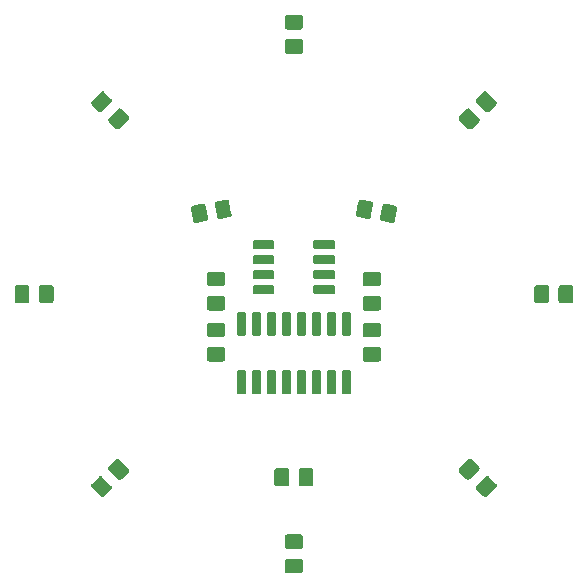
<source format=gbr>
G04 #@! TF.GenerationSoftware,KiCad,Pcbnew,5.1.5-52549c5~86~ubuntu19.04.1*
G04 #@! TF.CreationDate,2020-07-03T08:48:01-07:00*
G04 #@! TF.ProjectId,smd-star,736d642d-7374-4617-922e-6b696361645f,rev?*
G04 #@! TF.SameCoordinates,Original*
G04 #@! TF.FileFunction,Soldermask,Top*
G04 #@! TF.FilePolarity,Negative*
%FSLAX46Y46*%
G04 Gerber Fmt 4.6, Leading zero omitted, Abs format (unit mm)*
G04 Created by KiCad (PCBNEW 5.1.5-52549c5~86~ubuntu19.04.1) date 2020-07-03 08:48:01*
%MOMM*%
%LPD*%
G04 APERTURE LIST*
%ADD10C,0.100000*%
G04 APERTURE END LIST*
D10*
G36*
X588674Y-22403465D02*
G01*
X626367Y-22414899D01*
X661103Y-22433466D01*
X691548Y-22458452D01*
X716534Y-22488897D01*
X735101Y-22523633D01*
X746535Y-22561326D01*
X751000Y-22606661D01*
X751000Y-23443339D01*
X746535Y-23488674D01*
X735101Y-23526367D01*
X716534Y-23561103D01*
X691548Y-23591548D01*
X661103Y-23616534D01*
X626367Y-23635101D01*
X588674Y-23646535D01*
X543339Y-23651000D01*
X-543339Y-23651000D01*
X-588674Y-23646535D01*
X-626367Y-23635101D01*
X-661103Y-23616534D01*
X-691548Y-23591548D01*
X-716534Y-23561103D01*
X-735101Y-23526367D01*
X-746535Y-23488674D01*
X-751000Y-23443339D01*
X-751000Y-22606661D01*
X-746535Y-22561326D01*
X-735101Y-22523633D01*
X-716534Y-22488897D01*
X-691548Y-22458452D01*
X-661103Y-22433466D01*
X-626367Y-22414899D01*
X-588674Y-22403465D01*
X-543339Y-22399000D01*
X543339Y-22399000D01*
X588674Y-22403465D01*
G37*
G36*
X588674Y-20353465D02*
G01*
X626367Y-20364899D01*
X661103Y-20383466D01*
X691548Y-20408452D01*
X716534Y-20438897D01*
X735101Y-20473633D01*
X746535Y-20511326D01*
X751000Y-20556661D01*
X751000Y-21393339D01*
X746535Y-21438674D01*
X735101Y-21476367D01*
X716534Y-21511103D01*
X691548Y-21541548D01*
X661103Y-21566534D01*
X626367Y-21585101D01*
X588674Y-21596535D01*
X543339Y-21601000D01*
X-543339Y-21601000D01*
X-588674Y-21596535D01*
X-626367Y-21585101D01*
X-661103Y-21566534D01*
X-691548Y-21541548D01*
X-716534Y-21511103D01*
X-735101Y-21476367D01*
X-746535Y-21438674D01*
X-751000Y-21393339D01*
X-751000Y-20556661D01*
X-746535Y-20511326D01*
X-735101Y-20473633D01*
X-716534Y-20438897D01*
X-691548Y-20408452D01*
X-661103Y-20383466D01*
X-626367Y-20364899D01*
X-588674Y-20353465D01*
X-543339Y-20349000D01*
X543339Y-20349000D01*
X588674Y-20353465D01*
G37*
G36*
X-16329977Y-15395036D02*
G01*
X-16292284Y-15406470D01*
X-16257548Y-15425037D01*
X-16222335Y-15453935D01*
X-15453935Y-16222335D01*
X-15425037Y-16257548D01*
X-15406470Y-16292284D01*
X-15395036Y-16329977D01*
X-15391176Y-16369172D01*
X-15395036Y-16408367D01*
X-15406470Y-16446060D01*
X-15425037Y-16480796D01*
X-15453935Y-16516009D01*
X-16045559Y-17107633D01*
X-16080772Y-17136531D01*
X-16115508Y-17155098D01*
X-16153201Y-17166532D01*
X-16192396Y-17170392D01*
X-16231591Y-17166532D01*
X-16269284Y-17155098D01*
X-16304020Y-17136531D01*
X-16339233Y-17107633D01*
X-17107633Y-16339233D01*
X-17136531Y-16304020D01*
X-17155098Y-16269284D01*
X-17166532Y-16231591D01*
X-17170392Y-16192396D01*
X-17166532Y-16153201D01*
X-17155098Y-16115508D01*
X-17136531Y-16080772D01*
X-17107633Y-16045559D01*
X-16516009Y-15453935D01*
X-16480796Y-15425037D01*
X-16446060Y-15406470D01*
X-16408367Y-15395036D01*
X-16369172Y-15391176D01*
X-16329977Y-15395036D01*
G37*
G36*
X16408367Y-15395036D02*
G01*
X16446060Y-15406470D01*
X16480796Y-15425037D01*
X16516009Y-15453935D01*
X17107633Y-16045559D01*
X17136531Y-16080772D01*
X17155098Y-16115508D01*
X17166532Y-16153201D01*
X17170392Y-16192396D01*
X17166532Y-16231591D01*
X17155098Y-16269284D01*
X17136531Y-16304020D01*
X17107633Y-16339233D01*
X16339233Y-17107633D01*
X16304020Y-17136531D01*
X16269284Y-17155098D01*
X16231591Y-17166532D01*
X16192396Y-17170392D01*
X16153201Y-17166532D01*
X16115508Y-17155098D01*
X16080772Y-17136531D01*
X16045559Y-17107633D01*
X15453935Y-16516009D01*
X15425037Y-16480796D01*
X15406470Y-16446060D01*
X15395036Y-16408367D01*
X15391176Y-16369172D01*
X15395036Y-16329977D01*
X15406470Y-16292284D01*
X15425037Y-16257548D01*
X15453935Y-16222335D01*
X16222335Y-15453935D01*
X16257548Y-15425037D01*
X16292284Y-15406470D01*
X16329977Y-15395036D01*
X16369172Y-15391176D01*
X16408367Y-15395036D01*
G37*
G36*
X-561326Y-14753465D02*
G01*
X-523633Y-14764899D01*
X-488897Y-14783466D01*
X-458452Y-14808452D01*
X-433466Y-14838897D01*
X-414899Y-14873633D01*
X-403465Y-14911326D01*
X-399000Y-14956661D01*
X-399000Y-16043339D01*
X-403465Y-16088674D01*
X-414899Y-16126367D01*
X-433466Y-16161103D01*
X-458452Y-16191548D01*
X-488897Y-16216534D01*
X-523633Y-16235101D01*
X-561326Y-16246535D01*
X-606661Y-16251000D01*
X-1443339Y-16251000D01*
X-1488674Y-16246535D01*
X-1526367Y-16235101D01*
X-1561103Y-16216534D01*
X-1591548Y-16191548D01*
X-1616534Y-16161103D01*
X-1635101Y-16126367D01*
X-1646535Y-16088674D01*
X-1651000Y-16043339D01*
X-1651000Y-14956661D01*
X-1646535Y-14911326D01*
X-1635101Y-14873633D01*
X-1616534Y-14838897D01*
X-1591548Y-14808452D01*
X-1561103Y-14783466D01*
X-1526367Y-14764899D01*
X-1488674Y-14753465D01*
X-1443339Y-14749000D01*
X-606661Y-14749000D01*
X-561326Y-14753465D01*
G37*
G36*
X1488674Y-14753465D02*
G01*
X1526367Y-14764899D01*
X1561103Y-14783466D01*
X1591548Y-14808452D01*
X1616534Y-14838897D01*
X1635101Y-14873633D01*
X1646535Y-14911326D01*
X1651000Y-14956661D01*
X1651000Y-16043339D01*
X1646535Y-16088674D01*
X1635101Y-16126367D01*
X1616534Y-16161103D01*
X1591548Y-16191548D01*
X1561103Y-16216534D01*
X1526367Y-16235101D01*
X1488674Y-16246535D01*
X1443339Y-16251000D01*
X606661Y-16251000D01*
X561326Y-16246535D01*
X523633Y-16235101D01*
X488897Y-16216534D01*
X458452Y-16191548D01*
X433466Y-16161103D01*
X414899Y-16126367D01*
X403465Y-16088674D01*
X399000Y-16043339D01*
X399000Y-14956661D01*
X403465Y-14911326D01*
X414899Y-14873633D01*
X433466Y-14838897D01*
X458452Y-14808452D01*
X488897Y-14783466D01*
X523633Y-14764899D01*
X561326Y-14753465D01*
X606661Y-14749000D01*
X1443339Y-14749000D01*
X1488674Y-14753465D01*
G37*
G36*
X-14880409Y-13945468D02*
G01*
X-14842716Y-13956902D01*
X-14807980Y-13975469D01*
X-14772767Y-14004367D01*
X-14004367Y-14772767D01*
X-13975469Y-14807980D01*
X-13956902Y-14842716D01*
X-13945468Y-14880409D01*
X-13941608Y-14919604D01*
X-13945468Y-14958799D01*
X-13956902Y-14996492D01*
X-13975469Y-15031228D01*
X-14004367Y-15066441D01*
X-14595991Y-15658065D01*
X-14631204Y-15686963D01*
X-14665940Y-15705530D01*
X-14703633Y-15716964D01*
X-14742828Y-15720824D01*
X-14782023Y-15716964D01*
X-14819716Y-15705530D01*
X-14854452Y-15686963D01*
X-14889665Y-15658065D01*
X-15658065Y-14889665D01*
X-15686963Y-14854452D01*
X-15705530Y-14819716D01*
X-15716964Y-14782023D01*
X-15720824Y-14742828D01*
X-15716964Y-14703633D01*
X-15705530Y-14665940D01*
X-15686963Y-14631204D01*
X-15658065Y-14595991D01*
X-15066441Y-14004367D01*
X-15031228Y-13975469D01*
X-14996492Y-13956902D01*
X-14958799Y-13945468D01*
X-14919604Y-13941608D01*
X-14880409Y-13945468D01*
G37*
G36*
X14958799Y-13945468D02*
G01*
X14996492Y-13956902D01*
X15031228Y-13975469D01*
X15066441Y-14004367D01*
X15658065Y-14595991D01*
X15686963Y-14631204D01*
X15705530Y-14665940D01*
X15716964Y-14703633D01*
X15720824Y-14742828D01*
X15716964Y-14782023D01*
X15705530Y-14819716D01*
X15686963Y-14854452D01*
X15658065Y-14889665D01*
X14889665Y-15658065D01*
X14854452Y-15686963D01*
X14819716Y-15705530D01*
X14782023Y-15716964D01*
X14742828Y-15720824D01*
X14703633Y-15716964D01*
X14665940Y-15705530D01*
X14631204Y-15686963D01*
X14595991Y-15658065D01*
X14004367Y-15066441D01*
X13975469Y-15031228D01*
X13956902Y-14996492D01*
X13945468Y-14958799D01*
X13941608Y-14919604D01*
X13945468Y-14880409D01*
X13956902Y-14842716D01*
X13975469Y-14807980D01*
X14004367Y-14772767D01*
X14772767Y-14004367D01*
X14807980Y-13975469D01*
X14842716Y-13956902D01*
X14880409Y-13945468D01*
X14919604Y-13941608D01*
X14958799Y-13945468D01*
G37*
G36*
X-375072Y-6451764D02*
G01*
X-353991Y-6458160D01*
X-334555Y-6468548D01*
X-317524Y-6482524D01*
X-303548Y-6499555D01*
X-293160Y-6518991D01*
X-286764Y-6540072D01*
X-284000Y-6568140D01*
X-284000Y-8381860D01*
X-286764Y-8409928D01*
X-293160Y-8431009D01*
X-303548Y-8450445D01*
X-317524Y-8467476D01*
X-334555Y-8481452D01*
X-353991Y-8491840D01*
X-375072Y-8498236D01*
X-403140Y-8501000D01*
X-866860Y-8501000D01*
X-894928Y-8498236D01*
X-916009Y-8491840D01*
X-935445Y-8481452D01*
X-952476Y-8467476D01*
X-966452Y-8450445D01*
X-976840Y-8431009D01*
X-983236Y-8409928D01*
X-986000Y-8381860D01*
X-986000Y-6568140D01*
X-983236Y-6540072D01*
X-976840Y-6518991D01*
X-966452Y-6499555D01*
X-952476Y-6482524D01*
X-935445Y-6468548D01*
X-916009Y-6458160D01*
X-894928Y-6451764D01*
X-866860Y-6449000D01*
X-403140Y-6449000D01*
X-375072Y-6451764D01*
G37*
G36*
X3434928Y-6451764D02*
G01*
X3456009Y-6458160D01*
X3475445Y-6468548D01*
X3492476Y-6482524D01*
X3506452Y-6499555D01*
X3516840Y-6518991D01*
X3523236Y-6540072D01*
X3526000Y-6568140D01*
X3526000Y-8381860D01*
X3523236Y-8409928D01*
X3516840Y-8431009D01*
X3506452Y-8450445D01*
X3492476Y-8467476D01*
X3475445Y-8481452D01*
X3456009Y-8491840D01*
X3434928Y-8498236D01*
X3406860Y-8501000D01*
X2943140Y-8501000D01*
X2915072Y-8498236D01*
X2893991Y-8491840D01*
X2874555Y-8481452D01*
X2857524Y-8467476D01*
X2843548Y-8450445D01*
X2833160Y-8431009D01*
X2826764Y-8409928D01*
X2824000Y-8381860D01*
X2824000Y-6568140D01*
X2826764Y-6540072D01*
X2833160Y-6518991D01*
X2843548Y-6499555D01*
X2857524Y-6482524D01*
X2874555Y-6468548D01*
X2893991Y-6458160D01*
X2915072Y-6451764D01*
X2943140Y-6449000D01*
X3406860Y-6449000D01*
X3434928Y-6451764D01*
G37*
G36*
X2164928Y-6451764D02*
G01*
X2186009Y-6458160D01*
X2205445Y-6468548D01*
X2222476Y-6482524D01*
X2236452Y-6499555D01*
X2246840Y-6518991D01*
X2253236Y-6540072D01*
X2256000Y-6568140D01*
X2256000Y-8381860D01*
X2253236Y-8409928D01*
X2246840Y-8431009D01*
X2236452Y-8450445D01*
X2222476Y-8467476D01*
X2205445Y-8481452D01*
X2186009Y-8491840D01*
X2164928Y-8498236D01*
X2136860Y-8501000D01*
X1673140Y-8501000D01*
X1645072Y-8498236D01*
X1623991Y-8491840D01*
X1604555Y-8481452D01*
X1587524Y-8467476D01*
X1573548Y-8450445D01*
X1563160Y-8431009D01*
X1556764Y-8409928D01*
X1554000Y-8381860D01*
X1554000Y-6568140D01*
X1556764Y-6540072D01*
X1563160Y-6518991D01*
X1573548Y-6499555D01*
X1587524Y-6482524D01*
X1604555Y-6468548D01*
X1623991Y-6458160D01*
X1645072Y-6451764D01*
X1673140Y-6449000D01*
X2136860Y-6449000D01*
X2164928Y-6451764D01*
G37*
G36*
X894928Y-6451764D02*
G01*
X916009Y-6458160D01*
X935445Y-6468548D01*
X952476Y-6482524D01*
X966452Y-6499555D01*
X976840Y-6518991D01*
X983236Y-6540072D01*
X986000Y-6568140D01*
X986000Y-8381860D01*
X983236Y-8409928D01*
X976840Y-8431009D01*
X966452Y-8450445D01*
X952476Y-8467476D01*
X935445Y-8481452D01*
X916009Y-8491840D01*
X894928Y-8498236D01*
X866860Y-8501000D01*
X403140Y-8501000D01*
X375072Y-8498236D01*
X353991Y-8491840D01*
X334555Y-8481452D01*
X317524Y-8467476D01*
X303548Y-8450445D01*
X293160Y-8431009D01*
X286764Y-8409928D01*
X284000Y-8381860D01*
X284000Y-6568140D01*
X286764Y-6540072D01*
X293160Y-6518991D01*
X303548Y-6499555D01*
X317524Y-6482524D01*
X334555Y-6468548D01*
X353991Y-6458160D01*
X375072Y-6451764D01*
X403140Y-6449000D01*
X866860Y-6449000D01*
X894928Y-6451764D01*
G37*
G36*
X-1645072Y-6451764D02*
G01*
X-1623991Y-6458160D01*
X-1604555Y-6468548D01*
X-1587524Y-6482524D01*
X-1573548Y-6499555D01*
X-1563160Y-6518991D01*
X-1556764Y-6540072D01*
X-1554000Y-6568140D01*
X-1554000Y-8381860D01*
X-1556764Y-8409928D01*
X-1563160Y-8431009D01*
X-1573548Y-8450445D01*
X-1587524Y-8467476D01*
X-1604555Y-8481452D01*
X-1623991Y-8491840D01*
X-1645072Y-8498236D01*
X-1673140Y-8501000D01*
X-2136860Y-8501000D01*
X-2164928Y-8498236D01*
X-2186009Y-8491840D01*
X-2205445Y-8481452D01*
X-2222476Y-8467476D01*
X-2236452Y-8450445D01*
X-2246840Y-8431009D01*
X-2253236Y-8409928D01*
X-2256000Y-8381860D01*
X-2256000Y-6568140D01*
X-2253236Y-6540072D01*
X-2246840Y-6518991D01*
X-2236452Y-6499555D01*
X-2222476Y-6482524D01*
X-2205445Y-6468548D01*
X-2186009Y-6458160D01*
X-2164928Y-6451764D01*
X-2136860Y-6449000D01*
X-1673140Y-6449000D01*
X-1645072Y-6451764D01*
G37*
G36*
X-2915072Y-6451764D02*
G01*
X-2893991Y-6458160D01*
X-2874555Y-6468548D01*
X-2857524Y-6482524D01*
X-2843548Y-6499555D01*
X-2833160Y-6518991D01*
X-2826764Y-6540072D01*
X-2824000Y-6568140D01*
X-2824000Y-8381860D01*
X-2826764Y-8409928D01*
X-2833160Y-8431009D01*
X-2843548Y-8450445D01*
X-2857524Y-8467476D01*
X-2874555Y-8481452D01*
X-2893991Y-8491840D01*
X-2915072Y-8498236D01*
X-2943140Y-8501000D01*
X-3406860Y-8501000D01*
X-3434928Y-8498236D01*
X-3456009Y-8491840D01*
X-3475445Y-8481452D01*
X-3492476Y-8467476D01*
X-3506452Y-8450445D01*
X-3516840Y-8431009D01*
X-3523236Y-8409928D01*
X-3526000Y-8381860D01*
X-3526000Y-6568140D01*
X-3523236Y-6540072D01*
X-3516840Y-6518991D01*
X-3506452Y-6499555D01*
X-3492476Y-6482524D01*
X-3475445Y-6468548D01*
X-3456009Y-6458160D01*
X-3434928Y-6451764D01*
X-3406860Y-6449000D01*
X-2943140Y-6449000D01*
X-2915072Y-6451764D01*
G37*
G36*
X-4185072Y-6451764D02*
G01*
X-4163991Y-6458160D01*
X-4144555Y-6468548D01*
X-4127524Y-6482524D01*
X-4113548Y-6499555D01*
X-4103160Y-6518991D01*
X-4096764Y-6540072D01*
X-4094000Y-6568140D01*
X-4094000Y-8381860D01*
X-4096764Y-8409928D01*
X-4103160Y-8431009D01*
X-4113548Y-8450445D01*
X-4127524Y-8467476D01*
X-4144555Y-8481452D01*
X-4163991Y-8491840D01*
X-4185072Y-8498236D01*
X-4213140Y-8501000D01*
X-4676860Y-8501000D01*
X-4704928Y-8498236D01*
X-4726009Y-8491840D01*
X-4745445Y-8481452D01*
X-4762476Y-8467476D01*
X-4776452Y-8450445D01*
X-4786840Y-8431009D01*
X-4793236Y-8409928D01*
X-4796000Y-8381860D01*
X-4796000Y-6568140D01*
X-4793236Y-6540072D01*
X-4786840Y-6518991D01*
X-4776452Y-6499555D01*
X-4762476Y-6482524D01*
X-4745445Y-6468548D01*
X-4726009Y-6458160D01*
X-4704928Y-6451764D01*
X-4676860Y-6449000D01*
X-4213140Y-6449000D01*
X-4185072Y-6451764D01*
G37*
G36*
X4704928Y-6451764D02*
G01*
X4726009Y-6458160D01*
X4745445Y-6468548D01*
X4762476Y-6482524D01*
X4776452Y-6499555D01*
X4786840Y-6518991D01*
X4793236Y-6540072D01*
X4796000Y-6568140D01*
X4796000Y-8381860D01*
X4793236Y-8409928D01*
X4786840Y-8431009D01*
X4776452Y-8450445D01*
X4762476Y-8467476D01*
X4745445Y-8481452D01*
X4726009Y-8491840D01*
X4704928Y-8498236D01*
X4676860Y-8501000D01*
X4213140Y-8501000D01*
X4185072Y-8498236D01*
X4163991Y-8491840D01*
X4144555Y-8481452D01*
X4127524Y-8467476D01*
X4113548Y-8450445D01*
X4103160Y-8431009D01*
X4096764Y-8409928D01*
X4094000Y-8381860D01*
X4094000Y-6568140D01*
X4096764Y-6540072D01*
X4103160Y-6518991D01*
X4113548Y-6499555D01*
X4127524Y-6482524D01*
X4144555Y-6468548D01*
X4163991Y-6458160D01*
X4185072Y-6451764D01*
X4213140Y-6449000D01*
X4676860Y-6449000D01*
X4704928Y-6451764D01*
G37*
G36*
X7188674Y-4467465D02*
G01*
X7226367Y-4478899D01*
X7261103Y-4497466D01*
X7291548Y-4522452D01*
X7316534Y-4552897D01*
X7335101Y-4587633D01*
X7346535Y-4625326D01*
X7351000Y-4670661D01*
X7351000Y-5507339D01*
X7346535Y-5552674D01*
X7335101Y-5590367D01*
X7316534Y-5625103D01*
X7291548Y-5655548D01*
X7261103Y-5680534D01*
X7226367Y-5699101D01*
X7188674Y-5710535D01*
X7143339Y-5715000D01*
X6056661Y-5715000D01*
X6011326Y-5710535D01*
X5973633Y-5699101D01*
X5938897Y-5680534D01*
X5908452Y-5655548D01*
X5883466Y-5625103D01*
X5864899Y-5590367D01*
X5853465Y-5552674D01*
X5849000Y-5507339D01*
X5849000Y-4670661D01*
X5853465Y-4625326D01*
X5864899Y-4587633D01*
X5883466Y-4552897D01*
X5908452Y-4522452D01*
X5938897Y-4497466D01*
X5973633Y-4478899D01*
X6011326Y-4467465D01*
X6056661Y-4463000D01*
X7143339Y-4463000D01*
X7188674Y-4467465D01*
G37*
G36*
X-6011326Y-4467465D02*
G01*
X-5973633Y-4478899D01*
X-5938897Y-4497466D01*
X-5908452Y-4522452D01*
X-5883466Y-4552897D01*
X-5864899Y-4587633D01*
X-5853465Y-4625326D01*
X-5849000Y-4670661D01*
X-5849000Y-5507339D01*
X-5853465Y-5552674D01*
X-5864899Y-5590367D01*
X-5883466Y-5625103D01*
X-5908452Y-5655548D01*
X-5938897Y-5680534D01*
X-5973633Y-5699101D01*
X-6011326Y-5710535D01*
X-6056661Y-5715000D01*
X-7143339Y-5715000D01*
X-7188674Y-5710535D01*
X-7226367Y-5699101D01*
X-7261103Y-5680534D01*
X-7291548Y-5655548D01*
X-7316534Y-5625103D01*
X-7335101Y-5590367D01*
X-7346535Y-5552674D01*
X-7351000Y-5507339D01*
X-7351000Y-4670661D01*
X-7346535Y-4625326D01*
X-7335101Y-4587633D01*
X-7316534Y-4552897D01*
X-7291548Y-4522452D01*
X-7261103Y-4497466D01*
X-7226367Y-4478899D01*
X-7188674Y-4467465D01*
X-7143339Y-4463000D01*
X-6056661Y-4463000D01*
X-6011326Y-4467465D01*
G37*
G36*
X-6011326Y-2417465D02*
G01*
X-5973633Y-2428899D01*
X-5938897Y-2447466D01*
X-5908452Y-2472452D01*
X-5883466Y-2502897D01*
X-5864899Y-2537633D01*
X-5853465Y-2575326D01*
X-5849000Y-2620661D01*
X-5849000Y-3457339D01*
X-5853465Y-3502674D01*
X-5864899Y-3540367D01*
X-5883466Y-3575103D01*
X-5908452Y-3605548D01*
X-5938897Y-3630534D01*
X-5973633Y-3649101D01*
X-6011326Y-3660535D01*
X-6056661Y-3665000D01*
X-7143339Y-3665000D01*
X-7188674Y-3660535D01*
X-7226367Y-3649101D01*
X-7261103Y-3630534D01*
X-7291548Y-3605548D01*
X-7316534Y-3575103D01*
X-7335101Y-3540367D01*
X-7346535Y-3502674D01*
X-7351000Y-3457339D01*
X-7351000Y-2620661D01*
X-7346535Y-2575326D01*
X-7335101Y-2537633D01*
X-7316534Y-2502897D01*
X-7291548Y-2472452D01*
X-7261103Y-2447466D01*
X-7226367Y-2428899D01*
X-7188674Y-2417465D01*
X-7143339Y-2413000D01*
X-6056661Y-2413000D01*
X-6011326Y-2417465D01*
G37*
G36*
X7188674Y-2417465D02*
G01*
X7226367Y-2428899D01*
X7261103Y-2447466D01*
X7291548Y-2472452D01*
X7316534Y-2502897D01*
X7335101Y-2537633D01*
X7346535Y-2575326D01*
X7351000Y-2620661D01*
X7351000Y-3457339D01*
X7346535Y-3502674D01*
X7335101Y-3540367D01*
X7316534Y-3575103D01*
X7291548Y-3605548D01*
X7261103Y-3630534D01*
X7226367Y-3649101D01*
X7188674Y-3660535D01*
X7143339Y-3665000D01*
X6056661Y-3665000D01*
X6011326Y-3660535D01*
X5973633Y-3649101D01*
X5938897Y-3630534D01*
X5908452Y-3605548D01*
X5883466Y-3575103D01*
X5864899Y-3540367D01*
X5853465Y-3502674D01*
X5849000Y-3457339D01*
X5849000Y-2620661D01*
X5853465Y-2575326D01*
X5864899Y-2537633D01*
X5883466Y-2502897D01*
X5908452Y-2472452D01*
X5938897Y-2447466D01*
X5973633Y-2428899D01*
X6011326Y-2417465D01*
X6056661Y-2413000D01*
X7143339Y-2413000D01*
X7188674Y-2417465D01*
G37*
G36*
X-2915072Y-1501764D02*
G01*
X-2893991Y-1508160D01*
X-2874555Y-1518548D01*
X-2857524Y-1532524D01*
X-2843548Y-1549555D01*
X-2833160Y-1568991D01*
X-2826764Y-1590072D01*
X-2824000Y-1618140D01*
X-2824000Y-3431860D01*
X-2826764Y-3459928D01*
X-2833160Y-3481009D01*
X-2843548Y-3500445D01*
X-2857524Y-3517476D01*
X-2874555Y-3531452D01*
X-2893991Y-3541840D01*
X-2915072Y-3548236D01*
X-2943140Y-3551000D01*
X-3406860Y-3551000D01*
X-3434928Y-3548236D01*
X-3456009Y-3541840D01*
X-3475445Y-3531452D01*
X-3492476Y-3517476D01*
X-3506452Y-3500445D01*
X-3516840Y-3481009D01*
X-3523236Y-3459928D01*
X-3526000Y-3431860D01*
X-3526000Y-1618140D01*
X-3523236Y-1590072D01*
X-3516840Y-1568991D01*
X-3506452Y-1549555D01*
X-3492476Y-1532524D01*
X-3475445Y-1518548D01*
X-3456009Y-1508160D01*
X-3434928Y-1501764D01*
X-3406860Y-1499000D01*
X-2943140Y-1499000D01*
X-2915072Y-1501764D01*
G37*
G36*
X-1645072Y-1501764D02*
G01*
X-1623991Y-1508160D01*
X-1604555Y-1518548D01*
X-1587524Y-1532524D01*
X-1573548Y-1549555D01*
X-1563160Y-1568991D01*
X-1556764Y-1590072D01*
X-1554000Y-1618140D01*
X-1554000Y-3431860D01*
X-1556764Y-3459928D01*
X-1563160Y-3481009D01*
X-1573548Y-3500445D01*
X-1587524Y-3517476D01*
X-1604555Y-3531452D01*
X-1623991Y-3541840D01*
X-1645072Y-3548236D01*
X-1673140Y-3551000D01*
X-2136860Y-3551000D01*
X-2164928Y-3548236D01*
X-2186009Y-3541840D01*
X-2205445Y-3531452D01*
X-2222476Y-3517476D01*
X-2236452Y-3500445D01*
X-2246840Y-3481009D01*
X-2253236Y-3459928D01*
X-2256000Y-3431860D01*
X-2256000Y-1618140D01*
X-2253236Y-1590072D01*
X-2246840Y-1568991D01*
X-2236452Y-1549555D01*
X-2222476Y-1532524D01*
X-2205445Y-1518548D01*
X-2186009Y-1508160D01*
X-2164928Y-1501764D01*
X-2136860Y-1499000D01*
X-1673140Y-1499000D01*
X-1645072Y-1501764D01*
G37*
G36*
X-375072Y-1501764D02*
G01*
X-353991Y-1508160D01*
X-334555Y-1518548D01*
X-317524Y-1532524D01*
X-303548Y-1549555D01*
X-293160Y-1568991D01*
X-286764Y-1590072D01*
X-284000Y-1618140D01*
X-284000Y-3431860D01*
X-286764Y-3459928D01*
X-293160Y-3481009D01*
X-303548Y-3500445D01*
X-317524Y-3517476D01*
X-334555Y-3531452D01*
X-353991Y-3541840D01*
X-375072Y-3548236D01*
X-403140Y-3551000D01*
X-866860Y-3551000D01*
X-894928Y-3548236D01*
X-916009Y-3541840D01*
X-935445Y-3531452D01*
X-952476Y-3517476D01*
X-966452Y-3500445D01*
X-976840Y-3481009D01*
X-983236Y-3459928D01*
X-986000Y-3431860D01*
X-986000Y-1618140D01*
X-983236Y-1590072D01*
X-976840Y-1568991D01*
X-966452Y-1549555D01*
X-952476Y-1532524D01*
X-935445Y-1518548D01*
X-916009Y-1508160D01*
X-894928Y-1501764D01*
X-866860Y-1499000D01*
X-403140Y-1499000D01*
X-375072Y-1501764D01*
G37*
G36*
X894928Y-1501764D02*
G01*
X916009Y-1508160D01*
X935445Y-1518548D01*
X952476Y-1532524D01*
X966452Y-1549555D01*
X976840Y-1568991D01*
X983236Y-1590072D01*
X986000Y-1618140D01*
X986000Y-3431860D01*
X983236Y-3459928D01*
X976840Y-3481009D01*
X966452Y-3500445D01*
X952476Y-3517476D01*
X935445Y-3531452D01*
X916009Y-3541840D01*
X894928Y-3548236D01*
X866860Y-3551000D01*
X403140Y-3551000D01*
X375072Y-3548236D01*
X353991Y-3541840D01*
X334555Y-3531452D01*
X317524Y-3517476D01*
X303548Y-3500445D01*
X293160Y-3481009D01*
X286764Y-3459928D01*
X284000Y-3431860D01*
X284000Y-1618140D01*
X286764Y-1590072D01*
X293160Y-1568991D01*
X303548Y-1549555D01*
X317524Y-1532524D01*
X334555Y-1518548D01*
X353991Y-1508160D01*
X375072Y-1501764D01*
X403140Y-1499000D01*
X866860Y-1499000D01*
X894928Y-1501764D01*
G37*
G36*
X3434928Y-1501764D02*
G01*
X3456009Y-1508160D01*
X3475445Y-1518548D01*
X3492476Y-1532524D01*
X3506452Y-1549555D01*
X3516840Y-1568991D01*
X3523236Y-1590072D01*
X3526000Y-1618140D01*
X3526000Y-3431860D01*
X3523236Y-3459928D01*
X3516840Y-3481009D01*
X3506452Y-3500445D01*
X3492476Y-3517476D01*
X3475445Y-3531452D01*
X3456009Y-3541840D01*
X3434928Y-3548236D01*
X3406860Y-3551000D01*
X2943140Y-3551000D01*
X2915072Y-3548236D01*
X2893991Y-3541840D01*
X2874555Y-3531452D01*
X2857524Y-3517476D01*
X2843548Y-3500445D01*
X2833160Y-3481009D01*
X2826764Y-3459928D01*
X2824000Y-3431860D01*
X2824000Y-1618140D01*
X2826764Y-1590072D01*
X2833160Y-1568991D01*
X2843548Y-1549555D01*
X2857524Y-1532524D01*
X2874555Y-1518548D01*
X2893991Y-1508160D01*
X2915072Y-1501764D01*
X2943140Y-1499000D01*
X3406860Y-1499000D01*
X3434928Y-1501764D01*
G37*
G36*
X4704928Y-1501764D02*
G01*
X4726009Y-1508160D01*
X4745445Y-1518548D01*
X4762476Y-1532524D01*
X4776452Y-1549555D01*
X4786840Y-1568991D01*
X4793236Y-1590072D01*
X4796000Y-1618140D01*
X4796000Y-3431860D01*
X4793236Y-3459928D01*
X4786840Y-3481009D01*
X4776452Y-3500445D01*
X4762476Y-3517476D01*
X4745445Y-3531452D01*
X4726009Y-3541840D01*
X4704928Y-3548236D01*
X4676860Y-3551000D01*
X4213140Y-3551000D01*
X4185072Y-3548236D01*
X4163991Y-3541840D01*
X4144555Y-3531452D01*
X4127524Y-3517476D01*
X4113548Y-3500445D01*
X4103160Y-3481009D01*
X4096764Y-3459928D01*
X4094000Y-3431860D01*
X4094000Y-1618140D01*
X4096764Y-1590072D01*
X4103160Y-1568991D01*
X4113548Y-1549555D01*
X4127524Y-1532524D01*
X4144555Y-1518548D01*
X4163991Y-1508160D01*
X4185072Y-1501764D01*
X4213140Y-1499000D01*
X4676860Y-1499000D01*
X4704928Y-1501764D01*
G37*
G36*
X-4185072Y-1501764D02*
G01*
X-4163991Y-1508160D01*
X-4144555Y-1518548D01*
X-4127524Y-1532524D01*
X-4113548Y-1549555D01*
X-4103160Y-1568991D01*
X-4096764Y-1590072D01*
X-4094000Y-1618140D01*
X-4094000Y-3431860D01*
X-4096764Y-3459928D01*
X-4103160Y-3481009D01*
X-4113548Y-3500445D01*
X-4127524Y-3517476D01*
X-4144555Y-3531452D01*
X-4163991Y-3541840D01*
X-4185072Y-3548236D01*
X-4213140Y-3551000D01*
X-4676860Y-3551000D01*
X-4704928Y-3548236D01*
X-4726009Y-3541840D01*
X-4745445Y-3531452D01*
X-4762476Y-3517476D01*
X-4776452Y-3500445D01*
X-4786840Y-3481009D01*
X-4793236Y-3459928D01*
X-4796000Y-3431860D01*
X-4796000Y-1618140D01*
X-4793236Y-1590072D01*
X-4786840Y-1568991D01*
X-4776452Y-1549555D01*
X-4762476Y-1532524D01*
X-4745445Y-1518548D01*
X-4726009Y-1508160D01*
X-4704928Y-1501764D01*
X-4676860Y-1499000D01*
X-4213140Y-1499000D01*
X-4185072Y-1501764D01*
G37*
G36*
X2164928Y-1501764D02*
G01*
X2186009Y-1508160D01*
X2205445Y-1518548D01*
X2222476Y-1532524D01*
X2236452Y-1549555D01*
X2246840Y-1568991D01*
X2253236Y-1590072D01*
X2256000Y-1618140D01*
X2256000Y-3431860D01*
X2253236Y-3459928D01*
X2246840Y-3481009D01*
X2236452Y-3500445D01*
X2222476Y-3517476D01*
X2205445Y-3531452D01*
X2186009Y-3541840D01*
X2164928Y-3548236D01*
X2136860Y-3551000D01*
X1673140Y-3551000D01*
X1645072Y-3548236D01*
X1623991Y-3541840D01*
X1604555Y-3531452D01*
X1587524Y-3517476D01*
X1573548Y-3500445D01*
X1563160Y-3481009D01*
X1556764Y-3459928D01*
X1554000Y-3431860D01*
X1554000Y-1618140D01*
X1556764Y-1590072D01*
X1563160Y-1568991D01*
X1573548Y-1549555D01*
X1587524Y-1532524D01*
X1604555Y-1518548D01*
X1623991Y-1508160D01*
X1645072Y-1501764D01*
X1673140Y-1499000D01*
X2136860Y-1499000D01*
X2164928Y-1501764D01*
G37*
G36*
X7188674Y-149465D02*
G01*
X7226367Y-160899D01*
X7261103Y-179466D01*
X7291548Y-204452D01*
X7316534Y-234897D01*
X7335101Y-269633D01*
X7346535Y-307326D01*
X7351000Y-352661D01*
X7351000Y-1189339D01*
X7346535Y-1234674D01*
X7335101Y-1272367D01*
X7316534Y-1307103D01*
X7291548Y-1337548D01*
X7261103Y-1362534D01*
X7226367Y-1381101D01*
X7188674Y-1392535D01*
X7143339Y-1397000D01*
X6056661Y-1397000D01*
X6011326Y-1392535D01*
X5973633Y-1381101D01*
X5938897Y-1362534D01*
X5908452Y-1337548D01*
X5883466Y-1307103D01*
X5864899Y-1272367D01*
X5853465Y-1234674D01*
X5849000Y-1189339D01*
X5849000Y-352661D01*
X5853465Y-307326D01*
X5864899Y-269633D01*
X5883466Y-234897D01*
X5908452Y-204452D01*
X5938897Y-179466D01*
X5973633Y-160899D01*
X6011326Y-149465D01*
X6056661Y-145000D01*
X7143339Y-145000D01*
X7188674Y-149465D01*
G37*
G36*
X-6011326Y-149465D02*
G01*
X-5973633Y-160899D01*
X-5938897Y-179466D01*
X-5908452Y-204452D01*
X-5883466Y-234897D01*
X-5864899Y-269633D01*
X-5853465Y-307326D01*
X-5849000Y-352661D01*
X-5849000Y-1189339D01*
X-5853465Y-1234674D01*
X-5864899Y-1272367D01*
X-5883466Y-1307103D01*
X-5908452Y-1337548D01*
X-5938897Y-1362534D01*
X-5973633Y-1381101D01*
X-6011326Y-1392535D01*
X-6056661Y-1397000D01*
X-7143339Y-1397000D01*
X-7188674Y-1392535D01*
X-7226367Y-1381101D01*
X-7261103Y-1362534D01*
X-7291548Y-1337548D01*
X-7316534Y-1307103D01*
X-7335101Y-1272367D01*
X-7346535Y-1234674D01*
X-7351000Y-1189339D01*
X-7351000Y-352661D01*
X-7346535Y-307326D01*
X-7335101Y-269633D01*
X-7316534Y-234897D01*
X-7291548Y-204452D01*
X-7261103Y-179466D01*
X-7226367Y-160899D01*
X-7188674Y-149465D01*
X-7143339Y-145000D01*
X-6056661Y-145000D01*
X-6011326Y-149465D01*
G37*
G36*
X-20511326Y746535D02*
G01*
X-20473633Y735101D01*
X-20438897Y716534D01*
X-20408452Y691548D01*
X-20383466Y661103D01*
X-20364899Y626367D01*
X-20353465Y588674D01*
X-20349000Y543339D01*
X-20349000Y-543339D01*
X-20353465Y-588674D01*
X-20364899Y-626367D01*
X-20383466Y-661103D01*
X-20408452Y-691548D01*
X-20438897Y-716534D01*
X-20473633Y-735101D01*
X-20511326Y-746535D01*
X-20556661Y-751000D01*
X-21393339Y-751000D01*
X-21438674Y-746535D01*
X-21476367Y-735101D01*
X-21511103Y-716534D01*
X-21541548Y-691548D01*
X-21566534Y-661103D01*
X-21585101Y-626367D01*
X-21596535Y-588674D01*
X-21601000Y-543339D01*
X-21601000Y543339D01*
X-21596535Y588674D01*
X-21585101Y626367D01*
X-21566534Y661103D01*
X-21541548Y691548D01*
X-21511103Y716534D01*
X-21476367Y735101D01*
X-21438674Y746535D01*
X-21393339Y751000D01*
X-20556661Y751000D01*
X-20511326Y746535D01*
G37*
G36*
X23488674Y746535D02*
G01*
X23526367Y735101D01*
X23561103Y716534D01*
X23591548Y691548D01*
X23616534Y661103D01*
X23635101Y626367D01*
X23646535Y588674D01*
X23651000Y543339D01*
X23651000Y-543339D01*
X23646535Y-588674D01*
X23635101Y-626367D01*
X23616534Y-661103D01*
X23591548Y-691548D01*
X23561103Y-716534D01*
X23526367Y-735101D01*
X23488674Y-746535D01*
X23443339Y-751000D01*
X22606661Y-751000D01*
X22561326Y-746535D01*
X22523633Y-735101D01*
X22488897Y-716534D01*
X22458452Y-691548D01*
X22433466Y-661103D01*
X22414899Y-626367D01*
X22403465Y-588674D01*
X22399000Y-543339D01*
X22399000Y543339D01*
X22403465Y588674D01*
X22414899Y626367D01*
X22433466Y661103D01*
X22458452Y691548D01*
X22488897Y716534D01*
X22523633Y735101D01*
X22561326Y746535D01*
X22606661Y751000D01*
X23443339Y751000D01*
X23488674Y746535D01*
G37*
G36*
X21438674Y746535D02*
G01*
X21476367Y735101D01*
X21511103Y716534D01*
X21541548Y691548D01*
X21566534Y661103D01*
X21585101Y626367D01*
X21596535Y588674D01*
X21601000Y543339D01*
X21601000Y-543339D01*
X21596535Y-588674D01*
X21585101Y-626367D01*
X21566534Y-661103D01*
X21541548Y-691548D01*
X21511103Y-716534D01*
X21476367Y-735101D01*
X21438674Y-746535D01*
X21393339Y-751000D01*
X20556661Y-751000D01*
X20511326Y-746535D01*
X20473633Y-735101D01*
X20438897Y-716534D01*
X20408452Y-691548D01*
X20383466Y-661103D01*
X20364899Y-626367D01*
X20353465Y-588674D01*
X20349000Y-543339D01*
X20349000Y543339D01*
X20353465Y588674D01*
X20364899Y626367D01*
X20383466Y661103D01*
X20408452Y691548D01*
X20438897Y716534D01*
X20473633Y735101D01*
X20511326Y746535D01*
X20556661Y751000D01*
X21393339Y751000D01*
X21438674Y746535D01*
G37*
G36*
X-22561326Y746535D02*
G01*
X-22523633Y735101D01*
X-22488897Y716534D01*
X-22458452Y691548D01*
X-22433466Y661103D01*
X-22414899Y626367D01*
X-22403465Y588674D01*
X-22399000Y543339D01*
X-22399000Y-543339D01*
X-22403465Y-588674D01*
X-22414899Y-626367D01*
X-22433466Y-661103D01*
X-22458452Y-691548D01*
X-22488897Y-716534D01*
X-22523633Y-735101D01*
X-22561326Y-746535D01*
X-22606661Y-751000D01*
X-23443339Y-751000D01*
X-23488674Y-746535D01*
X-23526367Y-735101D01*
X-23561103Y-716534D01*
X-23591548Y-691548D01*
X-23616534Y-661103D01*
X-23635101Y-626367D01*
X-23646535Y-588674D01*
X-23651000Y-543339D01*
X-23651000Y543339D01*
X-23646535Y588674D01*
X-23635101Y626367D01*
X-23616534Y661103D01*
X-23591548Y691548D01*
X-23561103Y716534D01*
X-23526367Y735101D01*
X-23488674Y746535D01*
X-23443339Y751000D01*
X-22606661Y751000D01*
X-22561326Y746535D01*
G37*
G36*
X-1740072Y729236D02*
G01*
X-1718991Y722840D01*
X-1699555Y712452D01*
X-1682524Y698476D01*
X-1668548Y681445D01*
X-1658160Y662009D01*
X-1651764Y640928D01*
X-1649000Y612860D01*
X-1649000Y149140D01*
X-1651764Y121072D01*
X-1658160Y99991D01*
X-1668548Y80555D01*
X-1682524Y63524D01*
X-1699555Y49548D01*
X-1718991Y39160D01*
X-1740072Y32764D01*
X-1768140Y30000D01*
X-3381860Y30000D01*
X-3409928Y32764D01*
X-3431009Y39160D01*
X-3450445Y49548D01*
X-3467476Y63524D01*
X-3481452Y80555D01*
X-3491840Y99991D01*
X-3498236Y121072D01*
X-3501000Y149140D01*
X-3501000Y612860D01*
X-3498236Y640928D01*
X-3491840Y662009D01*
X-3481452Y681445D01*
X-3467476Y698476D01*
X-3450445Y712452D01*
X-3431009Y722840D01*
X-3409928Y729236D01*
X-3381860Y732000D01*
X-1768140Y732000D01*
X-1740072Y729236D01*
G37*
G36*
X3409928Y729236D02*
G01*
X3431009Y722840D01*
X3450445Y712452D01*
X3467476Y698476D01*
X3481452Y681445D01*
X3491840Y662009D01*
X3498236Y640928D01*
X3501000Y612860D01*
X3501000Y149140D01*
X3498236Y121072D01*
X3491840Y99991D01*
X3481452Y80555D01*
X3467476Y63524D01*
X3450445Y49548D01*
X3431009Y39160D01*
X3409928Y32764D01*
X3381860Y30000D01*
X1768140Y30000D01*
X1740072Y32764D01*
X1718991Y39160D01*
X1699555Y49548D01*
X1682524Y63524D01*
X1668548Y80555D01*
X1658160Y99991D01*
X1651764Y121072D01*
X1649000Y149140D01*
X1649000Y612860D01*
X1651764Y640928D01*
X1658160Y662009D01*
X1668548Y681445D01*
X1682524Y698476D01*
X1699555Y712452D01*
X1718991Y722840D01*
X1740072Y729236D01*
X1768140Y732000D01*
X3381860Y732000D01*
X3409928Y729236D01*
G37*
G36*
X-6011326Y1900535D02*
G01*
X-5973633Y1889101D01*
X-5938897Y1870534D01*
X-5908452Y1845548D01*
X-5883466Y1815103D01*
X-5864899Y1780367D01*
X-5853465Y1742674D01*
X-5849000Y1697339D01*
X-5849000Y860661D01*
X-5853465Y815326D01*
X-5864899Y777633D01*
X-5883466Y742897D01*
X-5908452Y712452D01*
X-5938897Y687466D01*
X-5973633Y668899D01*
X-6011326Y657465D01*
X-6056661Y653000D01*
X-7143339Y653000D01*
X-7188674Y657465D01*
X-7226367Y668899D01*
X-7261103Y687466D01*
X-7291548Y712452D01*
X-7316534Y742897D01*
X-7335101Y777633D01*
X-7346535Y815326D01*
X-7351000Y860661D01*
X-7351000Y1697339D01*
X-7346535Y1742674D01*
X-7335101Y1780367D01*
X-7316534Y1815103D01*
X-7291548Y1845548D01*
X-7261103Y1870534D01*
X-7226367Y1889101D01*
X-7188674Y1900535D01*
X-7143339Y1905000D01*
X-6056661Y1905000D01*
X-6011326Y1900535D01*
G37*
G36*
X7188674Y1900535D02*
G01*
X7226367Y1889101D01*
X7261103Y1870534D01*
X7291548Y1845548D01*
X7316534Y1815103D01*
X7335101Y1780367D01*
X7346535Y1742674D01*
X7351000Y1697339D01*
X7351000Y860661D01*
X7346535Y815326D01*
X7335101Y777633D01*
X7316534Y742897D01*
X7291548Y712452D01*
X7261103Y687466D01*
X7226367Y668899D01*
X7188674Y657465D01*
X7143339Y653000D01*
X6056661Y653000D01*
X6011326Y657465D01*
X5973633Y668899D01*
X5938897Y687466D01*
X5908452Y712452D01*
X5883466Y742897D01*
X5864899Y777633D01*
X5853465Y815326D01*
X5849000Y860661D01*
X5849000Y1697339D01*
X5853465Y1742674D01*
X5864899Y1780367D01*
X5883466Y1815103D01*
X5908452Y1845548D01*
X5938897Y1870534D01*
X5973633Y1889101D01*
X6011326Y1900535D01*
X6056661Y1905000D01*
X7143339Y1905000D01*
X7188674Y1900535D01*
G37*
G36*
X3409928Y1999236D02*
G01*
X3431009Y1992840D01*
X3450445Y1982452D01*
X3467476Y1968476D01*
X3481452Y1951445D01*
X3491840Y1932009D01*
X3498236Y1910928D01*
X3501000Y1882860D01*
X3501000Y1419140D01*
X3498236Y1391072D01*
X3491840Y1369991D01*
X3481452Y1350555D01*
X3467476Y1333524D01*
X3450445Y1319548D01*
X3431009Y1309160D01*
X3409928Y1302764D01*
X3381860Y1300000D01*
X1768140Y1300000D01*
X1740072Y1302764D01*
X1718991Y1309160D01*
X1699555Y1319548D01*
X1682524Y1333524D01*
X1668548Y1350555D01*
X1658160Y1369991D01*
X1651764Y1391072D01*
X1649000Y1419140D01*
X1649000Y1882860D01*
X1651764Y1910928D01*
X1658160Y1932009D01*
X1668548Y1951445D01*
X1682524Y1968476D01*
X1699555Y1982452D01*
X1718991Y1992840D01*
X1740072Y1999236D01*
X1768140Y2002000D01*
X3381860Y2002000D01*
X3409928Y1999236D01*
G37*
G36*
X-1740072Y1999236D02*
G01*
X-1718991Y1992840D01*
X-1699555Y1982452D01*
X-1682524Y1968476D01*
X-1668548Y1951445D01*
X-1658160Y1932009D01*
X-1651764Y1910928D01*
X-1649000Y1882860D01*
X-1649000Y1419140D01*
X-1651764Y1391072D01*
X-1658160Y1369991D01*
X-1668548Y1350555D01*
X-1682524Y1333524D01*
X-1699555Y1319548D01*
X-1718991Y1309160D01*
X-1740072Y1302764D01*
X-1768140Y1300000D01*
X-3381860Y1300000D01*
X-3409928Y1302764D01*
X-3431009Y1309160D01*
X-3450445Y1319548D01*
X-3467476Y1333524D01*
X-3481452Y1350555D01*
X-3491840Y1369991D01*
X-3498236Y1391072D01*
X-3501000Y1419140D01*
X-3501000Y1882860D01*
X-3498236Y1910928D01*
X-3491840Y1932009D01*
X-3481452Y1951445D01*
X-3467476Y1968476D01*
X-3450445Y1982452D01*
X-3431009Y1992840D01*
X-3409928Y1999236D01*
X-3381860Y2002000D01*
X-1768140Y2002000D01*
X-1740072Y1999236D01*
G37*
G36*
X3409928Y3269236D02*
G01*
X3431009Y3262840D01*
X3450445Y3252452D01*
X3467476Y3238476D01*
X3481452Y3221445D01*
X3491840Y3202009D01*
X3498236Y3180928D01*
X3501000Y3152860D01*
X3501000Y2689140D01*
X3498236Y2661072D01*
X3491840Y2639991D01*
X3481452Y2620555D01*
X3467476Y2603524D01*
X3450445Y2589548D01*
X3431009Y2579160D01*
X3409928Y2572764D01*
X3381860Y2570000D01*
X1768140Y2570000D01*
X1740072Y2572764D01*
X1718991Y2579160D01*
X1699555Y2589548D01*
X1682524Y2603524D01*
X1668548Y2620555D01*
X1658160Y2639991D01*
X1651764Y2661072D01*
X1649000Y2689140D01*
X1649000Y3152860D01*
X1651764Y3180928D01*
X1658160Y3202009D01*
X1668548Y3221445D01*
X1682524Y3238476D01*
X1699555Y3252452D01*
X1718991Y3262840D01*
X1740072Y3269236D01*
X1768140Y3272000D01*
X3381860Y3272000D01*
X3409928Y3269236D01*
G37*
G36*
X-1740072Y3269236D02*
G01*
X-1718991Y3262840D01*
X-1699555Y3252452D01*
X-1682524Y3238476D01*
X-1668548Y3221445D01*
X-1658160Y3202009D01*
X-1651764Y3180928D01*
X-1649000Y3152860D01*
X-1649000Y2689140D01*
X-1651764Y2661072D01*
X-1658160Y2639991D01*
X-1668548Y2620555D01*
X-1682524Y2603524D01*
X-1699555Y2589548D01*
X-1718991Y2579160D01*
X-1740072Y2572764D01*
X-1768140Y2570000D01*
X-3381860Y2570000D01*
X-3409928Y2572764D01*
X-3431009Y2579160D01*
X-3450445Y2589548D01*
X-3467476Y2603524D01*
X-3481452Y2620555D01*
X-3491840Y2639991D01*
X-3498236Y2661072D01*
X-3501000Y2689140D01*
X-3501000Y3152860D01*
X-3498236Y3180928D01*
X-3491840Y3202009D01*
X-3481452Y3221445D01*
X-3467476Y3238476D01*
X-3450445Y3252452D01*
X-3431009Y3262840D01*
X-3409928Y3269236D01*
X-3381860Y3272000D01*
X-1768140Y3272000D01*
X-1740072Y3269236D01*
G37*
G36*
X3409928Y4539236D02*
G01*
X3431009Y4532840D01*
X3450445Y4522452D01*
X3467476Y4508476D01*
X3481452Y4491445D01*
X3491840Y4472009D01*
X3498236Y4450928D01*
X3501000Y4422860D01*
X3501000Y3959140D01*
X3498236Y3931072D01*
X3491840Y3909991D01*
X3481452Y3890555D01*
X3467476Y3873524D01*
X3450445Y3859548D01*
X3431009Y3849160D01*
X3409928Y3842764D01*
X3381860Y3840000D01*
X1768140Y3840000D01*
X1740072Y3842764D01*
X1718991Y3849160D01*
X1699555Y3859548D01*
X1682524Y3873524D01*
X1668548Y3890555D01*
X1658160Y3909991D01*
X1651764Y3931072D01*
X1649000Y3959140D01*
X1649000Y4422860D01*
X1651764Y4450928D01*
X1658160Y4472009D01*
X1668548Y4491445D01*
X1682524Y4508476D01*
X1699555Y4522452D01*
X1718991Y4532840D01*
X1740072Y4539236D01*
X1768140Y4542000D01*
X3381860Y4542000D01*
X3409928Y4539236D01*
G37*
G36*
X-1740072Y4539236D02*
G01*
X-1718991Y4532840D01*
X-1699555Y4522452D01*
X-1682524Y4508476D01*
X-1668548Y4491445D01*
X-1658160Y4472009D01*
X-1651764Y4450928D01*
X-1649000Y4422860D01*
X-1649000Y3959140D01*
X-1651764Y3931072D01*
X-1658160Y3909991D01*
X-1668548Y3890555D01*
X-1682524Y3873524D01*
X-1699555Y3859548D01*
X-1718991Y3849160D01*
X-1740072Y3842764D01*
X-1768140Y3840000D01*
X-3381860Y3840000D01*
X-3409928Y3842764D01*
X-3431009Y3849160D01*
X-3450445Y3859548D01*
X-3467476Y3873524D01*
X-3481452Y3890555D01*
X-3491840Y3909991D01*
X-3498236Y3931072D01*
X-3501000Y3959140D01*
X-3501000Y4422860D01*
X-3498236Y4450928D01*
X-3491840Y4472009D01*
X-3481452Y4491445D01*
X-3467476Y4508476D01*
X-3450445Y4522452D01*
X-3431009Y4532840D01*
X-3409928Y4539236D01*
X-3381860Y4542000D01*
X-1768140Y4542000D01*
X-1740072Y4539236D01*
G37*
G36*
X-7643328Y7633006D02*
G01*
X-7605892Y7620752D01*
X-7571575Y7601435D01*
X-7541680Y7575789D01*
X-7517365Y7544807D01*
X-7499559Y7509671D01*
X-7487288Y7465797D01*
X-7476086Y7402267D01*
X-7309791Y6459162D01*
X-7309790Y6459155D01*
X-7298590Y6395634D01*
X-7295114Y6350204D01*
X-7299828Y6311104D01*
X-7312082Y6273668D01*
X-7331399Y6239351D01*
X-7357045Y6209456D01*
X-7388027Y6185141D01*
X-7423163Y6167335D01*
X-7467037Y6155064D01*
X-7530567Y6143862D01*
X-8227470Y6020979D01*
X-8227477Y6020978D01*
X-8290998Y6009778D01*
X-8336428Y6006302D01*
X-8375528Y6011016D01*
X-8412964Y6023270D01*
X-8447281Y6042587D01*
X-8477176Y6068233D01*
X-8501491Y6099215D01*
X-8519297Y6134351D01*
X-8531568Y6178225D01*
X-8554998Y6311104D01*
X-8709065Y7184860D01*
X-8709066Y7184867D01*
X-8720266Y7248388D01*
X-8723742Y7293818D01*
X-8719028Y7332918D01*
X-8706774Y7370354D01*
X-8687457Y7404671D01*
X-8661811Y7434566D01*
X-8630829Y7458881D01*
X-8595693Y7476687D01*
X-8551819Y7488958D01*
X-8477578Y7502049D01*
X-7791386Y7623043D01*
X-7791379Y7623044D01*
X-7727858Y7634244D01*
X-7682428Y7637720D01*
X-7643328Y7633006D01*
G37*
G36*
X7727858Y7634244D02*
G01*
X7791379Y7623044D01*
X7791386Y7623043D01*
X8477578Y7502049D01*
X8551819Y7488958D01*
X8595693Y7476687D01*
X8630829Y7458881D01*
X8661811Y7434566D01*
X8687457Y7404671D01*
X8706774Y7370354D01*
X8719028Y7332918D01*
X8723742Y7293818D01*
X8720266Y7248388D01*
X8709066Y7184867D01*
X8709065Y7184860D01*
X8554998Y6311104D01*
X8531568Y6178225D01*
X8519297Y6134351D01*
X8501491Y6099215D01*
X8477176Y6068233D01*
X8447281Y6042587D01*
X8412964Y6023270D01*
X8375528Y6011016D01*
X8336428Y6006302D01*
X8290998Y6009778D01*
X8227477Y6020978D01*
X8227470Y6020979D01*
X7530567Y6143862D01*
X7467037Y6155064D01*
X7423163Y6167335D01*
X7388027Y6185141D01*
X7357045Y6209456D01*
X7331399Y6239351D01*
X7312082Y6273668D01*
X7299828Y6311104D01*
X7295114Y6350204D01*
X7298590Y6395634D01*
X7309790Y6459155D01*
X7309791Y6459162D01*
X7476086Y7402267D01*
X7487288Y7465797D01*
X7499559Y7509671D01*
X7517365Y7544807D01*
X7541680Y7575789D01*
X7571575Y7601435D01*
X7605892Y7620752D01*
X7643328Y7633006D01*
X7682428Y7637720D01*
X7727858Y7634244D01*
G37*
G36*
X-5624472Y7988984D02*
G01*
X-5587036Y7976730D01*
X-5552719Y7957413D01*
X-5522824Y7931767D01*
X-5498509Y7900785D01*
X-5480703Y7865649D01*
X-5468432Y7821775D01*
X-5457230Y7758245D01*
X-5290935Y6815140D01*
X-5290934Y6815133D01*
X-5279734Y6751612D01*
X-5276258Y6706182D01*
X-5280972Y6667082D01*
X-5293226Y6629646D01*
X-5312543Y6595329D01*
X-5338189Y6565434D01*
X-5369171Y6541119D01*
X-5404307Y6523313D01*
X-5448181Y6511042D01*
X-5511711Y6499840D01*
X-6208614Y6376957D01*
X-6208621Y6376956D01*
X-6272142Y6365756D01*
X-6317572Y6362280D01*
X-6356672Y6366994D01*
X-6394108Y6379248D01*
X-6428425Y6398565D01*
X-6458320Y6424211D01*
X-6482635Y6455193D01*
X-6500441Y6490329D01*
X-6512712Y6534203D01*
X-6536142Y6667082D01*
X-6690209Y7540838D01*
X-6690210Y7540845D01*
X-6701410Y7604366D01*
X-6704886Y7649796D01*
X-6700172Y7688896D01*
X-6687918Y7726332D01*
X-6668601Y7760649D01*
X-6642955Y7790544D01*
X-6611973Y7814859D01*
X-6576837Y7832665D01*
X-6532963Y7844936D01*
X-6458722Y7858027D01*
X-5772530Y7979021D01*
X-5772523Y7979022D01*
X-5709002Y7990222D01*
X-5663572Y7993698D01*
X-5624472Y7988984D01*
G37*
G36*
X5709002Y7990222D02*
G01*
X5772523Y7979022D01*
X5772530Y7979021D01*
X6458722Y7858027D01*
X6532963Y7844936D01*
X6576837Y7832665D01*
X6611973Y7814859D01*
X6642955Y7790544D01*
X6668601Y7760649D01*
X6687918Y7726332D01*
X6700172Y7688896D01*
X6704886Y7649796D01*
X6701410Y7604366D01*
X6690210Y7540845D01*
X6690209Y7540838D01*
X6536142Y6667082D01*
X6512712Y6534203D01*
X6500441Y6490329D01*
X6482635Y6455193D01*
X6458320Y6424211D01*
X6428425Y6398565D01*
X6394108Y6379248D01*
X6356672Y6366994D01*
X6317572Y6362280D01*
X6272142Y6365756D01*
X6208621Y6376956D01*
X6208614Y6376957D01*
X5511711Y6499840D01*
X5448181Y6511042D01*
X5404307Y6523313D01*
X5369171Y6541119D01*
X5338189Y6565434D01*
X5312543Y6595329D01*
X5293226Y6629646D01*
X5280972Y6667082D01*
X5276258Y6706182D01*
X5279734Y6751612D01*
X5290934Y6815133D01*
X5290935Y6815140D01*
X5457230Y7758245D01*
X5468432Y7821775D01*
X5480703Y7865649D01*
X5498509Y7900785D01*
X5522824Y7931767D01*
X5552719Y7957413D01*
X5587036Y7976730D01*
X5624472Y7988984D01*
X5663572Y7993698D01*
X5709002Y7990222D01*
G37*
G36*
X-14703633Y15716964D02*
G01*
X-14665940Y15705530D01*
X-14631204Y15686963D01*
X-14595991Y15658065D01*
X-14004367Y15066441D01*
X-13975469Y15031228D01*
X-13956902Y14996492D01*
X-13945468Y14958799D01*
X-13941608Y14919604D01*
X-13945468Y14880409D01*
X-13956902Y14842716D01*
X-13975469Y14807980D01*
X-14004367Y14772767D01*
X-14772767Y14004367D01*
X-14807980Y13975469D01*
X-14842716Y13956902D01*
X-14880409Y13945468D01*
X-14919604Y13941608D01*
X-14958799Y13945468D01*
X-14996492Y13956902D01*
X-15031228Y13975469D01*
X-15066441Y14004367D01*
X-15658065Y14595991D01*
X-15686963Y14631204D01*
X-15705530Y14665940D01*
X-15716964Y14703633D01*
X-15720824Y14742828D01*
X-15716964Y14782023D01*
X-15705530Y14819716D01*
X-15686963Y14854452D01*
X-15658065Y14889665D01*
X-14889665Y15658065D01*
X-14854452Y15686963D01*
X-14819716Y15705530D01*
X-14782023Y15716964D01*
X-14742828Y15720824D01*
X-14703633Y15716964D01*
G37*
G36*
X14782023Y15716964D02*
G01*
X14819716Y15705530D01*
X14854452Y15686963D01*
X14889665Y15658065D01*
X15658065Y14889665D01*
X15686963Y14854452D01*
X15705530Y14819716D01*
X15716964Y14782023D01*
X15720824Y14742828D01*
X15716964Y14703633D01*
X15705530Y14665940D01*
X15686963Y14631204D01*
X15658065Y14595991D01*
X15066441Y14004367D01*
X15031228Y13975469D01*
X14996492Y13956902D01*
X14958799Y13945468D01*
X14919604Y13941608D01*
X14880409Y13945468D01*
X14842716Y13956902D01*
X14807980Y13975469D01*
X14772767Y14004367D01*
X14004367Y14772767D01*
X13975469Y14807980D01*
X13956902Y14842716D01*
X13945468Y14880409D01*
X13941608Y14919604D01*
X13945468Y14958799D01*
X13956902Y14996492D01*
X13975469Y15031228D01*
X14004367Y15066441D01*
X14595991Y15658065D01*
X14631204Y15686963D01*
X14665940Y15705530D01*
X14703633Y15716964D01*
X14742828Y15720824D01*
X14782023Y15716964D01*
G37*
G36*
X-16153201Y17166532D02*
G01*
X-16115508Y17155098D01*
X-16080772Y17136531D01*
X-16045559Y17107633D01*
X-15453935Y16516009D01*
X-15425037Y16480796D01*
X-15406470Y16446060D01*
X-15395036Y16408367D01*
X-15391176Y16369172D01*
X-15395036Y16329977D01*
X-15406470Y16292284D01*
X-15425037Y16257548D01*
X-15453935Y16222335D01*
X-16222335Y15453935D01*
X-16257548Y15425037D01*
X-16292284Y15406470D01*
X-16329977Y15395036D01*
X-16369172Y15391176D01*
X-16408367Y15395036D01*
X-16446060Y15406470D01*
X-16480796Y15425037D01*
X-16516009Y15453935D01*
X-17107633Y16045559D01*
X-17136531Y16080772D01*
X-17155098Y16115508D01*
X-17166532Y16153201D01*
X-17170392Y16192396D01*
X-17166532Y16231591D01*
X-17155098Y16269284D01*
X-17136531Y16304020D01*
X-17107633Y16339233D01*
X-16339233Y17107633D01*
X-16304020Y17136531D01*
X-16269284Y17155098D01*
X-16231591Y17166532D01*
X-16192396Y17170392D01*
X-16153201Y17166532D01*
G37*
G36*
X16231591Y17166532D02*
G01*
X16269284Y17155098D01*
X16304020Y17136531D01*
X16339233Y17107633D01*
X17107633Y16339233D01*
X17136531Y16304020D01*
X17155098Y16269284D01*
X17166532Y16231591D01*
X17170392Y16192396D01*
X17166532Y16153201D01*
X17155098Y16115508D01*
X17136531Y16080772D01*
X17107633Y16045559D01*
X16516009Y15453935D01*
X16480796Y15425037D01*
X16446060Y15406470D01*
X16408367Y15395036D01*
X16369172Y15391176D01*
X16329977Y15395036D01*
X16292284Y15406470D01*
X16257548Y15425037D01*
X16222335Y15453935D01*
X15453935Y16222335D01*
X15425037Y16257548D01*
X15406470Y16292284D01*
X15395036Y16329977D01*
X15391176Y16369172D01*
X15395036Y16408367D01*
X15406470Y16446060D01*
X15425037Y16480796D01*
X15453935Y16516009D01*
X16045559Y17107633D01*
X16080772Y17136531D01*
X16115508Y17155098D01*
X16153201Y17166532D01*
X16192396Y17170392D01*
X16231591Y17166532D01*
G37*
G36*
X588674Y21596535D02*
G01*
X626367Y21585101D01*
X661103Y21566534D01*
X691548Y21541548D01*
X716534Y21511103D01*
X735101Y21476367D01*
X746535Y21438674D01*
X751000Y21393339D01*
X751000Y20556661D01*
X746535Y20511326D01*
X735101Y20473633D01*
X716534Y20438897D01*
X691548Y20408452D01*
X661103Y20383466D01*
X626367Y20364899D01*
X588674Y20353465D01*
X543339Y20349000D01*
X-543339Y20349000D01*
X-588674Y20353465D01*
X-626367Y20364899D01*
X-661103Y20383466D01*
X-691548Y20408452D01*
X-716534Y20438897D01*
X-735101Y20473633D01*
X-746535Y20511326D01*
X-751000Y20556661D01*
X-751000Y21393339D01*
X-746535Y21438674D01*
X-735101Y21476367D01*
X-716534Y21511103D01*
X-691548Y21541548D01*
X-661103Y21566534D01*
X-626367Y21585101D01*
X-588674Y21596535D01*
X-543339Y21601000D01*
X543339Y21601000D01*
X588674Y21596535D01*
G37*
G36*
X588674Y23646535D02*
G01*
X626367Y23635101D01*
X661103Y23616534D01*
X691548Y23591548D01*
X716534Y23561103D01*
X735101Y23526367D01*
X746535Y23488674D01*
X751000Y23443339D01*
X751000Y22606661D01*
X746535Y22561326D01*
X735101Y22523633D01*
X716534Y22488897D01*
X691548Y22458452D01*
X661103Y22433466D01*
X626367Y22414899D01*
X588674Y22403465D01*
X543339Y22399000D01*
X-543339Y22399000D01*
X-588674Y22403465D01*
X-626367Y22414899D01*
X-661103Y22433466D01*
X-691548Y22458452D01*
X-716534Y22488897D01*
X-735101Y22523633D01*
X-746535Y22561326D01*
X-751000Y22606661D01*
X-751000Y23443339D01*
X-746535Y23488674D01*
X-735101Y23526367D01*
X-716534Y23561103D01*
X-691548Y23591548D01*
X-661103Y23616534D01*
X-626367Y23635101D01*
X-588674Y23646535D01*
X-543339Y23651000D01*
X543339Y23651000D01*
X588674Y23646535D01*
G37*
M02*

</source>
